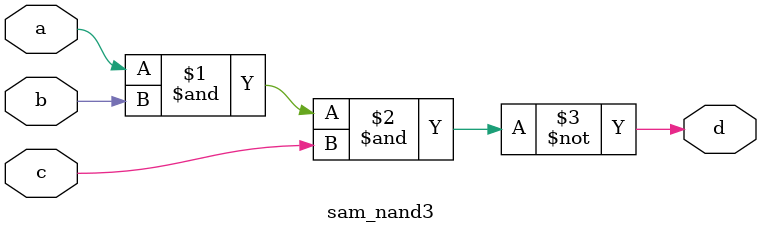
<source format=v>
module sam_nand3(a,b,c,d);
input a,b,c;
output d;
nand n1(d,a,b,c);
endmodule 
</source>
